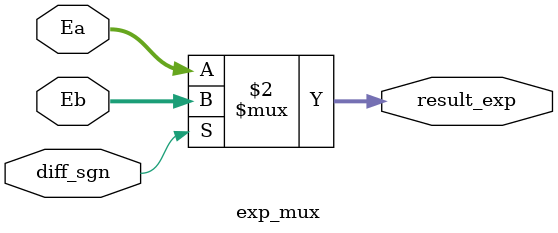
<source format=sv>

module exp_mux(
  input wire [7 : 0] Ea,
  input wire [7 : 0] Eb,
  input wire diff_sgn,
  output wire [7 : 0] result_exp
  );
  
  assign result_exp = (!diff_sgn)? Ea : Eb ; 
endmodule

</source>
